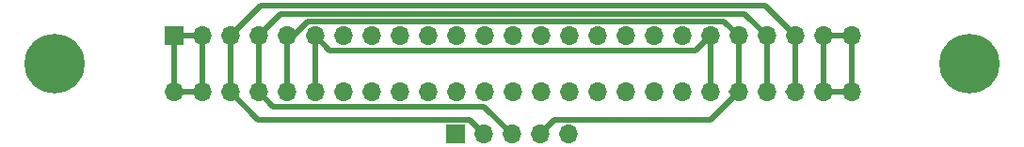
<source format=gbr>
G04 #@! TF.GenerationSoftware,KiCad,Pcbnew,(5.1.7)-1*
G04 #@! TF.CreationDate,2021-05-14T15:19:05-05:00*
G04 #@! TF.ProjectId,ConsoleSocket,436f6e73-6f6c-4655-936f-636b65742e6b,rev?*
G04 #@! TF.SameCoordinates,Original*
G04 #@! TF.FileFunction,Copper,L1,Top*
G04 #@! TF.FilePolarity,Positive*
%FSLAX46Y46*%
G04 Gerber Fmt 4.6, Leading zero omitted, Abs format (unit mm)*
G04 Created by KiCad (PCBNEW (5.1.7)-1) date 2021-05-14 15:19:05*
%MOMM*%
%LPD*%
G01*
G04 APERTURE LIST*
G04 #@! TA.AperFunction,ComponentPad*
%ADD10R,1.700000X1.700000*%
G04 #@! TD*
G04 #@! TA.AperFunction,ComponentPad*
%ADD11O,1.700000X1.700000*%
G04 #@! TD*
G04 #@! TA.AperFunction,ComponentPad*
%ADD12C,5.400000*%
G04 #@! TD*
G04 #@! TA.AperFunction,Conductor*
%ADD13C,0.500000*%
G04 #@! TD*
G04 APERTURE END LIST*
D10*
G04 #@! TO.P,J3,1*
G04 #@! TO.N,GND*
X106750000Y-36830000D03*
D11*
G04 #@! TO.P,J3,2*
X106750000Y-41910000D03*
G04 #@! TO.P,J3,3*
X109290000Y-36830000D03*
G04 #@! TO.P,J3,4*
X109290000Y-41910000D03*
G04 #@! TO.P,J3,5*
G04 #@! TO.N,/Input*
X111830000Y-36830000D03*
G04 #@! TO.P,J3,6*
X111830000Y-41910000D03*
G04 #@! TO.P,J3,7*
G04 #@! TO.N,/Output*
X114370000Y-36830000D03*
G04 #@! TO.P,J3,8*
X114370000Y-41910000D03*
G04 #@! TO.P,J3,9*
G04 #@! TO.N,+9V*
X116910000Y-36830000D03*
G04 #@! TO.P,J3,10*
X116910000Y-41910000D03*
G04 #@! TO.P,J3,11*
G04 #@! TO.N,/LEDPower*
X119450000Y-36830000D03*
G04 #@! TO.P,J3,12*
X119450000Y-41910000D03*
G04 #@! TO.P,J3,13*
G04 #@! TO.N,N/C*
X121990000Y-36830000D03*
G04 #@! TO.P,J3,14*
X121990000Y-41910000D03*
G04 #@! TO.P,J3,15*
X124530000Y-36830000D03*
G04 #@! TO.P,J3,16*
X124530000Y-41910000D03*
G04 #@! TO.P,J3,17*
X127070000Y-36830000D03*
G04 #@! TO.P,J3,18*
X127070000Y-41910000D03*
G04 #@! TO.P,J3,19*
X129610000Y-36830000D03*
G04 #@! TO.P,J3,20*
X129610000Y-41910000D03*
G04 #@! TO.P,J3,21*
X132150000Y-36830000D03*
G04 #@! TO.P,J3,22*
X132150000Y-41910000D03*
G04 #@! TO.P,J3,23*
X134690000Y-36830000D03*
G04 #@! TO.P,J3,24*
X134690000Y-41910000D03*
G04 #@! TO.P,J3,25*
X137230000Y-36830000D03*
G04 #@! TO.P,J3,26*
X137230000Y-41910000D03*
G04 #@! TO.P,J3,27*
X139770000Y-36830000D03*
G04 #@! TO.P,J3,28*
X139770000Y-41910000D03*
G04 #@! TO.P,J3,29*
X142310000Y-36830000D03*
G04 #@! TO.P,J3,30*
X142310000Y-41910000D03*
G04 #@! TO.P,J3,31*
X144850000Y-36830000D03*
G04 #@! TO.P,J3,32*
X144850000Y-41910000D03*
G04 #@! TO.P,J3,33*
X147390000Y-36830000D03*
G04 #@! TO.P,J3,34*
X147390000Y-41910000D03*
G04 #@! TO.P,J3,35*
X149930000Y-36830000D03*
G04 #@! TO.P,J3,36*
X149930000Y-41910000D03*
G04 #@! TO.P,J3,37*
X152470000Y-36830000D03*
G04 #@! TO.P,J3,38*
X152470000Y-41910000D03*
G04 #@! TO.P,J3,39*
G04 #@! TO.N,/LEDPower*
X155010000Y-36830000D03*
G04 #@! TO.P,J3,40*
X155010000Y-41910000D03*
G04 #@! TO.P,J3,41*
G04 #@! TO.N,+9V*
X157550000Y-36830000D03*
G04 #@! TO.P,J3,42*
X157550000Y-41910000D03*
G04 #@! TO.P,J3,43*
G04 #@! TO.N,/Output*
X160090000Y-36830000D03*
G04 #@! TO.P,J3,44*
X160090000Y-41910000D03*
G04 #@! TO.P,J3,45*
G04 #@! TO.N,/Input*
X162630000Y-36830000D03*
G04 #@! TO.P,J3,46*
X162630000Y-41910000D03*
G04 #@! TO.P,J3,47*
G04 #@! TO.N,GND*
X165170000Y-36830000D03*
G04 #@! TO.P,J3,48*
X165170000Y-41910000D03*
G04 #@! TO.P,J3,49*
X167710000Y-36830000D03*
G04 #@! TO.P,J3,50*
X167710000Y-41910000D03*
G04 #@! TD*
D10*
G04 #@! TO.P,J1,1*
G04 #@! TO.N,GND*
X132080000Y-45720000D03*
D11*
G04 #@! TO.P,J1,2*
G04 #@! TO.N,/Input*
X134620000Y-45720000D03*
G04 #@! TO.P,J1,3*
G04 #@! TO.N,/Output*
X137160000Y-45720000D03*
G04 #@! TO.P,J1,4*
G04 #@! TO.N,+9V*
X139700000Y-45720000D03*
G04 #@! TO.P,J1,5*
G04 #@! TO.N,/LEDPower*
X142240000Y-45720000D03*
G04 #@! TD*
D12*
G04 #@! TO.P,H1,1*
G04 #@! TO.N,GND*
X96000000Y-39370000D03*
G04 #@! TD*
G04 #@! TO.P,H2,1*
G04 #@! TO.N,GND*
X178320000Y-39370000D03*
G04 #@! TD*
D13*
G04 #@! TO.N,+9V*
X157550000Y-41910000D02*
X157550000Y-36830000D01*
X116910000Y-36830000D02*
X116910000Y-41910000D01*
X118825999Y-35529999D02*
X156249999Y-35529999D01*
X156249999Y-35529999D02*
X157550000Y-36830000D01*
X117525998Y-36830000D02*
X118825999Y-35529999D01*
X116910000Y-36830000D02*
X117525998Y-36830000D01*
X156934002Y-41910000D02*
X157550000Y-41910000D01*
X155040001Y-44419999D02*
X157550000Y-41910000D01*
X141000001Y-44419999D02*
X155040001Y-44419999D01*
X139700000Y-45720000D02*
X141000001Y-44419999D01*
G04 #@! TO.N,/LEDPower*
X155010000Y-41910000D02*
X155010000Y-36830000D01*
X119450000Y-36830000D02*
X119450000Y-41910000D01*
X119450000Y-36830000D02*
X120065998Y-36830000D01*
X120750001Y-38130001D02*
X119450000Y-36830000D01*
X153709999Y-38130001D02*
X120750001Y-38130001D01*
X155010000Y-36830000D02*
X153709999Y-38130001D01*
G04 #@! TO.N,GND*
X165170000Y-41910000D02*
X165170000Y-36830000D01*
X167710000Y-36830000D02*
X167710000Y-41910000D01*
X165170000Y-41910000D02*
X167710000Y-41910000D01*
X165170000Y-36830000D02*
X167710000Y-36830000D01*
X106750000Y-36830000D02*
X106750000Y-41910000D01*
X109290000Y-41910000D02*
X109290000Y-36830000D01*
X109290000Y-36830000D02*
X106750000Y-36830000D01*
X106750000Y-41910000D02*
X109290000Y-41910000D01*
G04 #@! TO.N,/Input*
X162014002Y-41910000D02*
X162630000Y-41910000D01*
X162630000Y-41910000D02*
X162630000Y-36830000D01*
X111830000Y-41910000D02*
X111830000Y-36830000D01*
X159929979Y-34129979D02*
X162630000Y-36830000D01*
X114530021Y-34129979D02*
X159929979Y-34129979D01*
X111830000Y-36830000D02*
X114530021Y-34129979D01*
X114339999Y-44419999D02*
X111830000Y-41910000D01*
X133319999Y-44419999D02*
X114339999Y-44419999D01*
X134620000Y-45720000D02*
X133319999Y-44419999D01*
G04 #@! TO.N,/Output*
X160090000Y-41910000D02*
X160090000Y-36830000D01*
X114370000Y-36830000D02*
X114370000Y-41910000D01*
X158089989Y-34829989D02*
X160090000Y-36830000D01*
X116370011Y-34829989D02*
X158089989Y-34829989D01*
X114370000Y-36830000D02*
X116370011Y-34829989D01*
X134650001Y-43210001D02*
X137160000Y-45720000D01*
X115670001Y-43210001D02*
X134650001Y-43210001D01*
X114370000Y-41910000D02*
X115670001Y-43210001D01*
G04 #@! TD*
M02*

</source>
